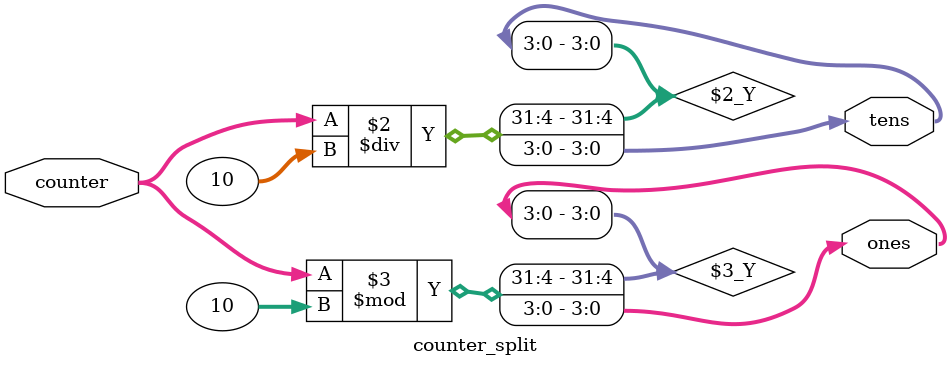
<source format=v>
module counter_split(
    input [4:0] counter,     // 5-bit counter input (0-31)
    output reg [3:0] tens,   // tens digit (0-3)
    output reg [3:0] ones    // ones digit (0-9)
);

    always @(*) begin
        tens = counter / 10;  // Integer division for tens
        ones = counter % 10;  // Modulo for ones
    end

endmodule
</source>
